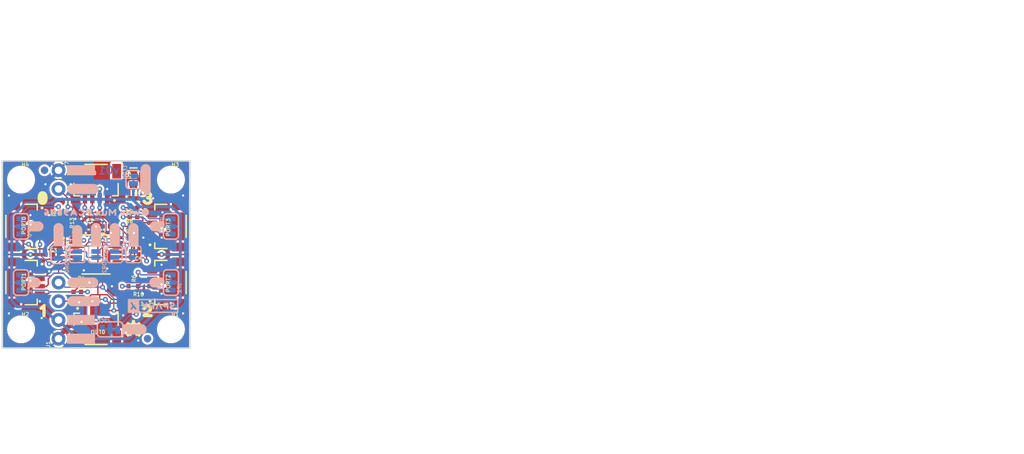
<source format=kicad_pcb>
(kicad_pcb (version 20221018) (generator pcbnew)
  (layers (0 "F.Cu" signal) (31 "B.Cu" signal) (34 "B.Paste" user) (35 "F.Paste" user) (36 "B.SilkS" user "B.Silkscreen") (37 "F.SilkS" user "F.Silkscreen") (38 "B.Mask" user) (39 "F.Mask" user) (44 "Edge.Cuts" user))
  (net 0 "")
  (net 1 "GND")
  (net 2 "SD0")
  (net 3 "SC0")
  (net 4 "SD1")
  (net 5 "SC1")
  (net 6 "SD2")
  (net 7 "SC2")
  (net 8 "SD3")
  (net 9 "SC3")
  (net 10 "3.3V")
  (net 11 "SDA")
  (net 12 "SCL")
  (net 13 "~{RESET}")
  (net 14 "A0")
  (net 15 "A1")
  (net 16 "N$1")
  (net 17 "N$2")
  (net 18 "N$3")
  (net 19 "N$4")
  (net 20 "N$5")
  (net 21 "N$6")
  (net 22 "N$7")
  (net 23 "N$8")
  (net 24 "N$9")
  (net 25 "N$10")
  (net 26 "N$11")
  (net 27 "N$12")
  (footprint "working:10" (layer "F.Cu") (at 141.3891 112.6236)
    (fp_text reference "U$4" hide)
    (fp_text value "" hide)
  )
  (footprint "working:0402-TIGHT" (layer "F.Cu") (at 153.4541 110.9726)
    (fp_text reference "R10")
    (fp_text value "2.2k")
  )
  (footprint "working:SOT403-1" (layer "F.Cu") (at 148.5011 105.0036 -90)
    (fp_text reference "U1")
    (fp_text value "PCA9846")
  )
  (footprint "working:CREATIVE_COMMONS" (layer "F.Cu") (at 195.4911 131.6736)
    (fp_text reference "FRAME1" hide)
    (fp_text value "FRAME-LETTER" hide)
  )
  (footprint "working:JST04_1MM_RA" (layer "F.Cu") (at 140.8811 108.8136 -90)
    (fp_text reference "PORT1")
    (fp_text value "QWIIC_RIGHT_ANGLE" hide)
  )
  (footprint "working:STAND-OFF" (layer "F.Cu") (at 158.6611 94.8436)
    (fp_text reference "H3")
    (fp_text value "STAND-OFF")
  )
  (footprint "working:JST04_1MM_RA" (layer "F.Cu") (at 140.8811 101.1936 -90)
    (fp_text reference "PORT0")
    (fp_text value "QWIIC_RIGHT_ANGLE" hide)
  )
  (footprint "working:043215" (layer "F.Cu") (at 141.3891 97.3836)
    (fp_text reference "U$3" hide)
    (fp_text value "" hide)
  )
  (footprint "working:LED-0603" (layer "F.Cu") (at 153.5811 94.8436 90)
    (fp_text reference "D1")
    (fp_text value "RED")
  )
  (footprint "working:0402-TIGHT" (layer "F.Cu") (at 154.8511 105.0036 180)
    (fp_text reference "C4")
    (fp_text value "2.2uF")
  )
  (footprint "working:0402-TIGHT" (layer "F.Cu") (at 153.5811 101.1936 180)
    (fp_text reference "R1")
    (fp_text value "100k")
  )
  (footprint "working:0402-TIGHT" (layer "F.Cu") (at 149.8981 101.1936 180)
    (fp_text reference "C2")
    (fp_text value "0.1uF")
  )
  (footprint "working:0402-TIGHT" (layer "F.Cu") (at 152.9461 108.8136 -90)
    (fp_text reference "R7")
    (fp_text value "2.2k")
  )
  (footprint "working:0402-TIGHT" (layer "F.Cu") (at 147.1041 101.1936)
    (fp_text reference "C1")
    (fp_text value "2.2uF")
  )
  (footprint "working:JST04_1MM_RA" (layer "F.Cu") (at 156.1211 101.1936 90)
    (fp_text reference "PORT3")
    (fp_text value "QWIIC_RIGHT_ANGLE" hide)
  )
  (footprint "working:0402-TIGHT" (layer "F.Cu") (at 144.6911 99.9236 -90)
    (fp_text reference "R13")
    (fp_text value "100k")
  )
  (footprint "working:0402-TIGHT" (layer "F.Cu") (at 142.1511 105.0036)
    (fp_text reference "C3")
    (fp_text value "2.2uF")
  )
  (footprint "working:1X02_NO_SILK" (layer "F.Cu") (at 143.4211 93.5736 -90)
    (fp_text reference "J7")
    (fp_text value "")
  )
  (footprint "working:0402-TIGHT" (layer "F.Cu") (at 153.5811 98.6536 180)
    (fp_text reference "R9")
    (fp_text value "2.2k")
  )
  (footprint "working:STAND-OFF" (layer "F.Cu") (at 138.3411 94.8436)
    (fp_text reference "H4")
    (fp_text value "STAND-OFF")
  )
  (footprint "working:0402-TIGHT" (layer "F.Cu") (at 145.9611 110.0836)
    (fp_text reference "R5")
    (fp_text value "2.2k")
  )
  (footprint "working:STAND-OFF" (layer "F.Cu") (at 138.3411 115.1636)
    (fp_text reference "H2")
    (fp_text value "STAND-OFF")
  )
  (footprint "working:STAND-OFF" (layer "F.Cu") (at 158.6611 115.1636)
    (fp_text reference "H1")
    (fp_text value "STAND-OFF")
  )
  (footprint "working:0402-TIGHT" (layer "F.Cu") (at 153.4541 112.2426)
    (fp_text reference "R11")
    (fp_text value "2.2k")
  )
  (footprint "working:ORDERING_INSTRUCTIONS" (layer "F.Cu") (at 172.6311 70.7136)
    (fp_text reference "LOGO1" hide)
    (fp_text value "SPECIAL_INSTRUCTIONS-ORDERING" hide)
  )
  (footprint "working:0402-TIGHT" (layer "F.Cu") (at 153.5811 99.9236 180)
    (fp_text reference "R8")
    (fp_text value "2.2k")
  )
  (footprint "working:1X04_NO_SILK" (layer "F.Cu") (at 143.4211 116.4336 90)
    (fp_text reference "J1")
    (fp_text value "")
  )
  (footprint "working:0402-TIGHT" (layer "F.Cu") (at 153.5811 97.3836)
    (fp_text reference "R12")
    (fp_text value "1k")
  )
  (footprint "working:FIDUCIAL-1X2" (layer "F.Cu") (at 155.4861 116.4336)
    (fp_text reference "FD2" hide)
    (fp_text value "FIDUCIAL1X2" hide)
  )
  (footprint "working:PWR43214" (layer "F.Cu") (at 155.1051 94.4626 90)
    (fp_text reference "U$2" hide)
    (fp_text value "" hide)
  )
  (footprint "working:0402-TIGHT" (layer "F.Cu") (at 145.9611 108.8136)
    (fp_text reference "R4")
    (fp_text value "2.2k")
  )
  (footprint "working:OSHW-LOGO-MINI" (layer "F.Cu") (at 153.5811 115.1636)
    (fp_text reference "LOGO4" hide)
    (fp_text value "OSHW-LOGOMINI" hide)
  )
  (footprint "working:JST04_1MM_RA" (layer "F.Cu") (at 148.5011 112.6236)
    (fp_text reference "OUT0")
    (fp_text value "QWIIC_RIGHT_ANGLE" hide)
  )
  (footprint "working:0402-TIGHT" (layer "F.Cu") (at 143.4211 99.9236 90)
    (fp_text reference "R2")
    (fp_text value "2.2k")
  )
  (footprint "working:0402-TIGHT" (layer "F.Cu") (at 143.4211 102.4636 -90)
    (fp_text reference "R3")
    (fp_text value "2.2k")
  )
  (footprint "working:0402-TIGHT" (layer "F.Cu") (at 154.2161 108.8136 90)
    (fp_text reference "R6")
    (fp_text value "2.2k")
  )
  (footprint "working:3212" (layer "F.Cu") (at 155.6131 97.3836)
    (fp_text reference "U$6" hide)
    (fp_text value "" hide)
  )
  (footprint "working:211" (layer "F.Cu") (at 155.6131 112.6236)
    (fp_text reference "U$5" hide)
    (fp_text value "" hide)
  )
  (footprint "working:JST04_1MM_RA" (layer "F.Cu") (at 156.1211 108.8136 90)
    (fp_text reference "PORT2")
    (fp_text value "QWIIC_RIGHT_ANGLE" hide)
  )
  (footprint "working:FIDUCIAL-1X2" (layer "F.Cu") (at 141.5161 93.5736)
    (fp_text reference "FD1" hide)
    (fp_text value "FIDUCIAL1X2" hide)
  )
  (footprint "working:JST04_1MM_RA" (layer "F.Cu") (at 148.5011 97.3836 180)
    (fp_text reference "IN0")
    (fp_text value "QWIIC_RIGHT_ANGLE" hide)
  )
  (footprint "working:#A4#4" (layer "B.Cu") (at 153.5811 102.4636 90)
    (fp_text reference "U$17" hide)
    (fp_text value "" hide)
  )
  (footprint "working:#A1#1" (layer "B.Cu") (at 145.9611 102.5906 90)
    (fp_text reference "U$14" hide)
    (fp_text value "" hide)
  )
  (footprint "working:#3#9" (layer "B.Cu") (at 156.8831 101.1936 180)
    (fp_text reference "U$11" hide)
    (fp_text value "" hide)
  )
  (footprint "working:#A3#3" (layer "B.Cu") (at 151.0411 102.4636 90)
    (fp_text reference "U$16" hide)
    (fp_text value "" hide)
  )
  (footprint "working:SMT-JUMPER_3_2-NC_TRACE_SILK" (layer "B.Cu") (at 158.6611 108.8136 90)
    (fp_text reference "JP2")
    (fp_text value "JUMPER-SMT_3_2-NC_TRACE_SILK" hide)
  )
  (footprint "working:SPARKX-SMALL" (layer "B.Cu") (at 156.2481 111.9886 180)
    (fp_text reference "U$1" hide)
    (fp_text value "SPARKX-LOGO3" hide)
  )
  (footprint "working:#1#9" (layer "B.Cu") (at 139.9921 108.8136 180)
    (fp_text reference "U$9" hide)
    (fp_text value "" hide)
  )
  (footprint "working:#2#9" (layer "B.Cu") (at 156.8831 108.8136 180)
    (fp_text reference "U$10" hide)
    (fp_text value "" hide)
  )
  (footprint "working:SMT-JUMPER_2_NO_SILK" (layer "B.Cu") (at 151.0411 105.0036 -90)
    (fp_text reference "ADDR3")
    (fp_text value "JUMPER-SMT_2_NO_SILK" hide)
  )
  (footprint "working:SMT-JUMPER_2_NO_SILK" (layer "B.Cu") (at 153.5811 105.0036 -90)
    (fp_text reference "ADDR4")
    (fp_text value "JUMPER-SMT_2_NO_SILK" hide)
  )
  (footprint "working:#3V3#7" (layer "B.Cu") (at 146.4691 113.8936 180)
    (fp_text reference "U$12" hide)
    (fp_text value "" hide)
  )
  (footprint "working:SMT-JUMPER_3_2-NC_TRACE_SILK" (layer "B.Cu") (at 150.4061 115.1636 180)
    (fp_text reference "I2C0")
    (fp_text value "JUMPER-SMT_3_2-NC_TRACE_SILK" hide)
  )
  (footprint "working:SMT-JUMPER_3_2-NC_TRACE_SILK" (layer "B.Cu") (at 138.3411 101.1936 90)
    (fp_text reference "JP0")
    (fp_text value "JUMPER-SMT_3_2-NC_TRACE_SILK" hide)
  )
  (footprint "working:SMT-JUMPER_2_NO_SILK" (layer "B.Cu") (at 148.5011 105.0036 90)
    (fp_text reference "ADDR2")
    (fp_text value "JUMPER-SMT_2_NO_SILK" hide)
  )
  (footprint "working:FIDUCIAL-1X2" (layer "B.Cu") (at 155.4861 116.4336 180)
    (fp_text reference "FD4" hide)
    (fp_text value "FIDUCIAL1X2" hide)
  )
  (footprint "working:SMT-JUMPER_3_2-NC_TRACE_SILK" (layer "B.Cu") (at 138.3411 108.8136 90)
    (fp_text reference "JP1")
    (fp_text value "JUMPER-SMT_3_2-NC_TRACE_SILK" hide)
  )
  (footprint "working:SMT-JUMPER_2_NC_TRACE_SILK" (layer "B.Cu") (at 143.4211 105.0036 90)
    (fp_text reference "ADDR0")
    (fp_text value "JUMPER-SMT_2_NC_TRACE_SILK" hide)
  )
  (footprint "working:#GND#7" (layer "B.Cu") (at 146.4691 116.4336 180)
    (fp_text reference "U$18" hide)
    (fp_text value "" hide)
  )
  (footprint "working:QWIIC_MUX_PCA98461" (layer "B.Cu") (at 148.5011 99.2886 180)
    (fp_text reference "U$24" hide)
    (fp_text value "" hide)
  )
  (footprint "working:#LED#0" (layer "B.Cu") (at 155.2321 94.8436 90)
    (fp_text reference "U$23" hide)
    (fp_text value "" hide)
  )
  (footprint "working:#SDA#6" (layer "B.Cu") (at 146.8501 111.3536 180)
    (fp_text reference "U$22" hide)
    (fp_text value "" hide)
  )
  (footprint "working:#SCL#5" (layer "B.Cu") (at 146.7231 108.8136 180)
    (fp_text reference "U$21" hide)
    (fp_text value "" hide)
  )
  (footprint "working:##RST##8" (layer "B.Cu") (at 146.7231 96.1136 180)
    (fp_text reference "U$7" hide)
    (fp_text value "" hide)
  )
  (footprint "working:SMT-JUMPER_3_2-NC_TRACE_SILK" (layer "B.Cu") (at 158.6611 101.1936 -90)
    (fp_text reference "JP3")
    (fp_text value "JUMPER-SMT_3_2-NC_TRACE_SILK" hide)
  )
  (footprint "working:#A0#0" (layer "B.Cu") (at 143.4211 102.4636 90)
    (fp_text reference "U$13" hide)
    (fp_text value "" hide)
  )
  (footprint "working:#0#9" (layer "B.Cu") (at 140.2461 101.1936 180)
    (fp_text reference "U$8" hide)
    (fp_text value "" hide)
  )
  (footprint "working:#I�C#0" (layer "B.Cu") (at 153.5811 115.1636 180)
    (fp_text reference "U$25" hide)
    (fp_text value "" hide)
  )
  (footprint "working:#A2#2" (layer "B.Cu") (at 148.5011 102.4636 90)
    (fp_text reference "U$15" hide)
    (fp_text value "" hide)
  )
  (footprint "working:SMT-JUMPER_2_NC_TRACE_SILK" (layer "B.Cu") (at 153.5811 94.8436 -90)
    (fp_text reference "LED0")
    (fp_text value "JUMPER-SMT_2_NC_TRACE_SILK" hide)
  )
  (footprint "working:SMT-JUMPER_2_NO_SILK" (layer "B.Cu") (at 145.9611 105.0036 -90)
    (fp_text reference "ADDR1")
    (fp_text value "JUMPER-SMT_2_NO_SILK" hide)
  )
  (footprint "working:FIDUCIAL-1X2" (layer "B.Cu") (at 141.5161 93.5736 180)
    (fp_text reference "FD3" hide)
    (fp_text value "FIDUCIAL1X2" hide)
  )
  (footprint "working:#GND#7" (layer "B.Cu") (at 146.4691 93.5736 180)
    (fp_text reference "U$19" hide)
    (fp_text value "" hide)
  )
  (gr_line (start 161.2011 117.7036) (end 161.2011 92.3036) (stroke (width 0.2032)) (layer "Edge.Cuts"))
  (gr_line (start 135.8011 92.3036) (end 135.8011 117.7036) (stroke (width 0.2032)) (layer "Edge.Cuts"))
  (gr_line (start 161.2011 92.3036) (end 135.8011 92.3036) (stroke (width 0.2032)) (layer "Edge.Cuts"))
  (gr_line (start 135.8011 117.7036) (end 161.2011 117.7036) (stroke (width 0.2032)) (layer "Edge.Cuts"))
  (gr_text "v01" (at 150.2156 93.5736) (layer "B.Cu") (effects (font (size 1.0795 1.0795) (thickness 0.1905)) (justify mirror)))
  (segment (start 143.4211 116.4336) (end 143.4211 116.0526) (width 0.4064) (layer "F.Cu") (net 1))
  (segment (start 141.4756 105.6791) (end 142.4916 105.6791) (width 0.1778) (layer "F.Cu") (net 1))
  (segment (start 146.7341 107.2786) (end 146.8501 107.1626) (width 0.4064) (layer "F.Cu") (net 1))
  (segment (start 141.6431 95.4786) (end 143.4211 93.7006) (width 0.4064) (layer "F.Cu") (net 1))
  (segment (start 142.1271 107.3136) (end 142.1511 107.2896) (width 0.4064) (layer "F.Cu") (net 1))
  (segment (start 150.0011 97.3836) (end 150.0011 98.6296) (width 0.4064) (layer "F.Cu") (net 1))
  (segment (start 139.6351 107.3136) (end 139.6111 107.2896) (width 0.4064) (layer "F.Cu") (net 1))
  (segment (start 157.3671 102.6936) (end 157.3911 102.7176) (width 0.4064) (layer "F.Cu") (net 1))
  (segment (start 140.8811 107.3136) (end 139.6351 107.3136) (width 0.4064) (layer "F.Cu") (net 1))
  (segment (start 145.5511 107.2786) (end 146.7341 107.2786) (width 0.4064) (layer "F.Cu") (net 1))
  (segment (start 143.4211 116.0526) (end 145.3261 114.1476) (width 0.4064) (layer "F.Cu") (net 1))
  (segment (start 142.4916 105.6791) (end 142.6511 105.5196) (width 0.1778) (layer "F.Cu") (net 1))
  (segment (start 147.0011 112.6236) (end 147.0011 113.9966) (width 0.4064) (layer "F.Cu") (net 1))
  (segment (start 145.3261 114.1476) (end 146.5326 114.1476) (width 0.4064) (layer "F.Cu") (net 1))
  (segment (start 142.6591 112.6236) (end 147.0011 112.6236) (width 0.1778) (layer "F.Cu") (net 1))
  (segment (start 140.8811 111.3536) (end 141.3891 111.3536) (width 0.1778) (layer "F.Cu") (net 1))
  (segment (start 154.8751 110.3136) (end 154.8511 110.3376) (width 0.4064) (layer "F.Cu") (net 1))
  (segment (start 145.0721 95.4786) (end 143.4211 93.8276) (width 0.4064) (layer "F.Cu") (net 1))
  (segment (start 150.0011 98.6296) (end 150.0251 98.6536) (width 0.4064) (layer "F.Cu") (net 1))
  (segment (start 146.8501 114.1476) (end 146.5326 114.1476) (width 0.4064) (layer "F.Cu") (net 1))
  (segment (start 150.0011 96.1376) (end 150.0251 96.1136) (width 0.4064) (layer "F.Cu") (net 1))
  (segment (start 147.0011 113.9966) (end 146.8501 114.1476) (width 0.4064) (layer "F.Cu") (net 1))
  (segment (start 140.8811 99.6936) (end 139.6351 99.6936) (width 0.4064) (layer "F.Cu") (net 1))
  (segment (start 156.1211 110.3136) (end 154.8751 110.3136) (width 0.4064) (layer "F.Cu") (net 1))
  (segment (start 150.6601 109.3216) (end 150.6601 109.9566) (width 0.1778) (layer "F.Cu") (net 1))
  (segment (start 144.5531 107.2786) (end 144.1831 106.9086) (width 0.4064) (layer "F.Cu") (net 1))
  (segment (start 156.1211 102.6936) (end 157.3671 102.6936) (width 0.4064) (layer "F.Cu") (net 1))
  (segment (start 140.8811 107.3136) (end 140.8811 106.2736) (width 0.1778) (layer "F.Cu") (net 1))
  (segment (start 139.6351 99.6936) (end 139.6111 99.6696) (width 0.4064) (layer "F.Cu") (net 1))
  (segment (start 140.8811 106.2736) (end 141.4756 105.6791) (width 0.1778) (layer "F.Cu") (net 1))
  (segment (start 154.9386 102.6936) (end 154.9146 102.7176) (width 0.4064) (layer "F.Cu") (net 1))
  (segment (start 156.1211 102.6936) (end 154.9386 102.6936) (width 0.4064) (layer "F.Cu") (net 1))
  (segment (start 147.6041 101.1936) (end 148.5011 101.1936) (width 0.4064) (layer "F.Cu") (net 1))
  (segment (start 149.3981 101.1936) (end 148.5011 101.1936) (width 0.4064) (layer "F.Cu") (net 1))
  (segment (start 145.5511 107.2786) (end 144.5531 107.2786) (width 0.4064) (layer "F.Cu") (net 1))
  (segment (start 140.8811 107.3136) (end 142.1271 107.3136) (width 0.4064) (layer "F.Cu") (net 1))
  (segment (start 151.0157 110.3122) (end 154.8737 110.3122) (width 0.1778) (layer "F.Cu") (net 1))
  (segment (start 157.3671 110.3136) (end 157.3911 110.3376) (width 0.4064) (layer "F.Cu") (net 1))
  (segment (start 147.0011 112.2666) (end 146.2151 111.4806) (width 0.4064) (layer "F.Cu") (net 1))
  (segment (start 154.8737 110.3122) (end 154.8751 110.3136) (width 0.1778) (layer "F.Cu") (net 1))
  (segment (start 147.0011 112.6236) (end 147.0011 112.2666) (width 0.4064) (layer "F.Cu") (net 1))
  (segment (start 150.6601 109.9566) (end 151.0157 110.3122) (width 0.1778) (layer "F.Cu") (net 1))
  (segment (start 143.4211 93.8276) (end 143.4211 93.5736) (width 0.4064) (layer "F.Cu") (net 1))
  (segment (start 156.1211 110.3136) (end 157.3671 110.3136) (width 0.4064) (layer "F.Cu") (net 1))
  (segment (start 141.3891 111.3536) (end 142.6591 112.6236) (width 0.1778) (layer "F.Cu") (net 1))
  (segment (start 150.0011 97.3836) (end 150.0011 96.1376) (width 0.4064) (layer "F.Cu") (net 1))
  (segment (start 142.6511 105.5196) (end 142.6511 105.0036) (width 0.1778) (layer "F.Cu") (net 1))
  (segment (start 143.4211 93.7006) (end 143.4211 93.5736) (width 0.4064) (layer "F.Cu") (net 1))
  (segment (start 140.8811 99.6936) (end 142.1271 99.6936) (width 0.4064) (layer "F.Cu") (net 1))
  (segment (start 142.1271 99.6936) (end 142.1511 99.6696) (width 0.4064) (layer "F.Cu") (net 1))
  (via (at 153.6446 102.0826) (size 0.6556) (drill 0.3) (layers "F.Cu" "B.Cu") (net 1))
  (via (at 157.3911 110.3376) (size 0.6556) (drill 0.3) (layers "F.Cu" "B.Cu") (net 1))
  (via (at 141.1351 113.6396) (size 0.6556) (drill 0.3) (layers "F.Cu" "B.Cu") (net 1))
  (via (at 150.0251 98.6536) (size 0.6556) (drill 0.3) (layers "F.Cu" "B.Cu") (net 1))
  (via (at 146.2151 111.4806) (size 0.6556) (drill 0.3) (layers "F.Cu" "B.Cu") (net 1))
  (via (at 154.8511 110.3376) (size 0.6556) (drill 0.3) (layers "F.Cu" "B.Cu") (net 1))
  (via (at 154.2161 116.6876) (size 0.6556) (drill 0.3) (layers "F.Cu" "B.Cu") (net 1))
  (via (at 152.5651 115.6081) (size 0.6556) (drill 0.3) (layers "F.Cu" "B.Cu") (net 1))
  (via (at 156.2481 97.3836) (size 0.6556) (drill 0.3) (layers "F.Cu" "B.Cu") (net 1))
  (via (at 142.1511 99.6696) (size 0.6556) (drill 0.3) (layers "F.Cu" "B.Cu") (net 1))
  (via (at 139.6111 99.6696) (size 0.6556) (drill 0.3) (layers "F.Cu" "B.Cu") (net 1))
  (via (at 160.3121 97.0026) (size 0.6556) (drill 0.3) (layers "F.Cu" "B.Cu") (net 1))
  (via (at 141.6431 95.4786) (size 0.6556) (drill 0.3) (layers "F.Cu" "B.Cu") (net 1))
  (via (at 136.6901 97.0026) (size 0.6556) (drill 0.3) (layers "F.Cu" "B.Cu") (net 1))
  (via (at 150.5331 102.0826) (size 0.6556) (drill 0.3) (layers "F.Cu" "B.Cu") (net 1))
  (via (at 150.0251 96.1136) (size 0.6556) (drill 0.3) (layers "F.Cu" "B.Cu") (net 1))
  (via (at 150.6601 109.3216) (size 0.6556) (drill 0.3) (layers "F.Cu" "B.Cu") (net 1))
  (via (at 148.5011 101.1936) (size 0.6556) (drill 0.3) (layers "F.Cu" "B.Cu") (net 1))
  (via (at 157.5181 99.2886) (size 0.6556) (drill 0.3) (layers "F.Cu" "B.Cu") (net 1))
  (via (at 146.5326 114.1476) (size 0.6556) (drill 0.3) (layers "F.Cu" "B.Cu") (net 1))
  (via (at 147.1041 102.0826) (size 0.6556) (drill 0.3) (layers "F.Cu" "B.Cu") (net 1))
  (via (at 157.3911 106.4006) (size 0.6556) (drill 0.3) (layers "F.Cu" "B.Cu") (net 1))
  (via (at 145.0721 95.4786) (size 0.6556) (drill 0.3) (layers "F.Cu" "B.Cu") (net 1))
  (via (at 145.7071 100.1776) (size 0.6556) (drill 0.3) (layers "F.Cu" "B.Cu") (net 1))
  (via (at 142.1511 107.2896) (size 0.6556) (drill 0.3) (layers "F.Cu" "B.Cu") (net 1))
  (via (at 146.8501 107.1626) (size 0.6556) (drill 0.3) (layers "F.Cu" "B.Cu") (net 1))
  (via (at 152.1841 113.2586) (size 0.6556) (drill 0.3) (layers "F.Cu" "B.Cu") (net 1))
  (via (at 140.8811 111.3536) (size 0.6556) (drill 0.3) (layers "F.Cu" "B.Cu") (net 1))
  (via (at 136.6901 113.0046) (size 0.6556) (drill 0.3) (layers "F.Cu" "B.Cu") (net 1))
  (via (at 139.6111 107.2896) (size 0.6556) (drill 0.3) (layers "F.Cu" "B.Cu") (net 1))
  (via (at 154.9146 102.7176) (size 0.6556) (drill 0.3) (layers "F.Cu" "B.Cu") (net 1))
  (via (at 150.0251 106.9086) (size 0.6556) (drill 0.3) (layers "F.Cu" "B.Cu") (net 1))
  (via (at 157.3911 102.7176) (size 0.6556) (drill 0.3) (layers "F.Cu" "B.Cu") (net 1))
  (via (at 160.3121 113.0046) (size 0.6556) (drill 0.3) (layers "F.Cu" "B.Cu") (net 1))
  (via (at 144.1831 106.9086) (size 0.6556) (drill 0.3) (layers "F.Cu" "B.Cu") (net 1))
  (segment (start 150.7871 98.6536) (end 151.4221 98.0186) (width 0.1778) (layer "B.Cu") (net 1))
  (segment (start 141.6431 95.4786) (end 143.4211 93.7006) (width 0.4064) (layer "B.Cu") (net 1))
  (segment (start 141.6431 95.4786) (end 139.8143 97.3074) (width 0.4064) (layer "B.Cu") (net 1))
  (segment (start 151.4221 98.0186) (end 152.8191 98.0186) (width 0.1778) (layer "B.Cu") (net 1))
  (segment (start 136.4234 99.554613) (end 136.4234 111.595588) (width 0.4064) (layer "B.Cu") (net 1))
  (segment (start 140.1953 112.6998) (end 141.1351 113.6396) (width 0.4064) (layer "B.Cu") (net 1))
  (segment (start 152.6921 93.0656) (end 154.8511 93.0656) (width 0.4064) (layer "B.Cu") (net 1))
  (segment (start 145.0721 112.6236) (end 146.2151 111.4806) (width 0.1778) (layer "B.Cu") (net 1))
  (segment (start 142.6591 112.6236) (end 145.0721 112.6236) (width 0.1778) (layer "B.Cu") (net 1))
  (segment (start 151.6761 96.1136) (end 152.3111 95.4786) (width 0.4064) (layer "B.Cu") (net 1))
  (segment (start 143.4211 93.5736) (end 143.4211 93.8276) (width 0.4064) (layer "B.Cu") (net 1))
  (segment (start 155.6131 96.7486) (end 156.2481 97.3836) (width 0.4064) (layer "B.Cu") (net 1))
  (segment (start 146.8501 107.1626) (end 145.9611 106.2736) (width 0.4064) (layer "B.Cu") (net 1))
  (segment (start 155.6131 93.8276) (end 155.6131 96.7486) (width 0.4064) (layer "B.Cu") (net 1))
  (segment (start 143.4211 93.7006) (end 143.4211 93.5736) (width 0.4064) (layer "B.Cu") (net 1))
  (segment (start 141.3891 111.3536) (end 142.6591 112.6236) (width 0.1778) (layer "B.Cu") (net 1))
  (segment (start 153.9621 99.1616) (end 157.3911 99.1616) (width 0.1778) (layer "B.Cu") (net 1))
  (segment (start 137.527612 112.6998) (end 140.1953 112.6998) (width 0.4064) (layer "B.Cu") (net 1))
  (segment (start 152.3111 95.4786) (end 152.3111 93.4466) (width 0.4064) (layer "B.Cu") (net 1))
  (segment (start 152.3111 93.4466) (end 152.6921 93.0656) (width 0.4064) (layer "B.Cu") (net 1))
  (segment (start 143.4211 93.8276) (end 145.0721 95.4786) (width 0.4064) (layer "B.Cu") (net 1))
  (segment (start 138.670612 97.3074) (end 136.4234 99.554613) (width 0.4064) (layer "B.Cu") (net 1))
  (segment (start 152.8191 98.0186) (end 153.9621 99.1616) (width 0.1778) (layer "B.Cu") (net 1))
  (segment (start 157.3911 99.1616) (end 157.5181 99.2886) (width 0.1778) (layer "B.Cu") (net 1))
  (segment (start 150.0251 98.6536) (end 150.7871 98.6536) (width 0.1778) (layer "B.Cu") (net 1))
  (segment (start 154.8511 93.0656) (end 155.6131 93.8276) (width 0.4064) (layer "B.Cu") (net 1))
  (segment (start 140.8811 111.3536) (end 141.3891 111.3536) (width 0.1778) (layer "B.Cu") (net 1))
  (segment (start 145.9611 106.2736) (end 145.9611 105.41) (width 0.4064) (layer "B.Cu") (net 1))
  (segment (start 139.8143 97.3074) (end 138.670612 97.3074) (width 0.4064) (layer "B.Cu") (net 1))
  (segment (start 150.0251 96.1136) (end 151.6761 96.1136) (width 0.4064) (layer "B.Cu") (net 1))
  (segment (start 136.4234 111.595588) (end 137.527612 112.6998) (width 0.4064) (layer "B.Cu") (net 1))
  (segment (start 144.3101 104.3686) (end 144.3101 101.3126) (width 0.1778) (layer "F.Cu") (net 2))
  (segment (start 142.1511 101.6936) (end 143.4211 100.4236) (width 0.1778) (layer "F.Cu") (net 2))
  (segment (start 144.6201 104.6786) (end 144.3101 104.3686) (width 0.1778) (layer "F.Cu") (net 2))
  (segment (start 145.5511 104.6786) (end 144.6201 104.6786) (width 0.1778) (layer "F.Cu") (net 2))
  (segment (start 144.3101 101.3126) (end 143.4211 100.4236) (width 0.1778) (layer "F.Cu") (net 2))
  (segment (start 140.8811 101.6936) (end 142.1511 101.6936) (width 0.1778) (layer "F.Cu") (net 2))
  (segment (start 142.6511 101.9636) (end 143.4211 101.9636) (width 0.1778) (layer "F.Cu") (net 3))
  (segment (start 140.8811 102.6936) (end 141.9211 102.6936) (width 0.1778) (layer "F.Cu") (net 3))
  (segment (start 143.9851 105.3286) (end 145.5511 105.3286) (width 0.1778) (layer "F.Cu") (net 3))
  (segment (start 140.8811 102.6936) (end 140.8811 103.6471) (width 0.1778) (layer "F.Cu") (net 3))
  (segment (start 142.1511 106.2736) (end 143.0401 106.2736) (width 0.1778) (layer "F.Cu") (net 3))
  (segment (start 143.0401 106.2736) (end 143.9851 105.3286) (width 0.1778) (layer "F.Cu") (net 3))
  (segment (start 141.9211 102.6936) (end 142.6511 101.9636) (width 0.1778) (layer "F.Cu") (net 3))
  (via (at 140.8811 103.6471) (size 0.6556) (drill 0.3) (layers "F.Cu" "B.Cu") (net 3))
  (via (at 142.1511 106.2736) (size 0.6556) (drill 0.3) (layers "F.Cu" "B.Cu") (net 3))
  (segment (start 140.8811 103.6471) (end 140.8811 105.0036) (width 0.1778) (layer "B.Cu") (net 3))
  (segment (start 140.8811 105.0036) (end 142.1511 106.2736) (width 0.1778) (layer "B.Cu") (net 3))
  (segment (start 145.3341 108.8136) (end 144.0641 107.5436) (width 0.1778) (layer "F.Cu") (net 4))
  (segment (start 143.4211 106.4006) (end 143.4211 107.5436) (width 0.1778) (layer "F.Cu") (net 4))
  (segment (start 143.8431 105.9786) (end 143.4211 106.4006) (width 0.1778) (layer "F.Cu") (net 4))
  (segment (start 145.3341 108.8136) (end 145.4611 108.8136) (width 0.1778) (layer "F.Cu") (net 4))
  (segment (start 141.7781 109.3136) (end 142.0241 109.0676) (width 0.1778) (layer "F.Cu") (net 4))
  (segment (start 140.8811 109.3136) (end 141.7781 109.3136) (width 0.1778) (layer "F.Cu") (net 4))
  (segment (start 145.5511 105.9786) (end 143.8431 105.9786) (width 0.1778) (layer "F.Cu") (net 4))
  (segment (start 142.7861 107.5436) (end 143.4211 107.5436) (width 0.1778) (layer "F.Cu") (net 4))
  (segment (start 142.0241 109.0676) (end 142.0241 108.3056) (width 0.1778) (layer "F.Cu") (net 4))
  (segment (start 142.0241 108.3056) (end 142.7861 107.5436) (width 0.1778) (layer "F.Cu") (net 4))
  (segment (start 143.4211 107.5436) (end 144.0641 107.5436) (width 0.1778) (layer "F.Cu") (net 4))
  (segment (start 147.4851 106.5276) (end 148.2471 107.2896) (width 0.1778) (layer "F.Cu") (net 5))
  (segment (start 146.0961 109.4486) (end 145.4611 110.0836) (width 0.1778) (layer "F.Cu") (net 5))
  (segment (start 147.8661 109.4486) (end 146.0961 109.4486) (width 0.1778) (layer "F.Cu") (net 5))
  (segment (start 142.2781 110.0836) (end 145.4611 110.0836) (width 0.1778) (layer "F.Cu") (net 5))
  (segment (start 148.2471 109.0676) (end 147.8661 109.4486) (width 0.1778) (layer "F.Cu") (net 5))
  (segment (start 148.2471 107.2896) (end 148.2471 109.0676) (width 0.1778) (layer "F.Cu") (net 5))
  (segment (start 146.4951 106.6286) (end 146.5961 106.5276) (width 0.1778) (layer "F.Cu") (net 5))
  (segment (start 146.5961 106.5276) (end 147.4851 106.5276) (width 0.1778) (layer "F.Cu") (net 5))
  (segment (start 145.5511 106.6286) (end 146.4951 106.6286) (width 0.1778) (layer "F.Cu") (net 5))
  (segment (start 142.0481 110.3136) (end 142.2781 110.0836) (width 0.1778) (layer "F.Cu") (net 5))
  (segment (start 140.8811 110.3136) (end 142.0481 110.3136) (width 0.1778) (layer "F.Cu") (net 5))
  (segment (start 151.6761 109.9566) (end 154.0891 109.9566) (width 0.1778) (layer "F.Cu") (net 6))
  (segment (start 154.0891 109.9566) (end 154.2161 109.8296) (width 0.1778) (layer "F.Cu") (net 6))
  (segment (start 154.2161 109.3136) (end 155.2161 108.3136) (width 0.1778) (layer "F.Cu") (net 6))
  (segment (start 151.4511 107.2786) (end 151.4511 109.7316) (width 0.1778) (layer "F.Cu") (net 6))
  (segment (start 151.4511 109.7316) (end 151.6761 109.9566) (width 0.1778) (layer "F.Cu") (net 6))
  (segment (start 154.2161 109.8296) (end 154.2161 109.3136) (width 0.1778) (layer "F.Cu") (net 6))
  (segment (start 155.2161 108.3136) (end 156.1211 108.3136) (width 0.1778) (layer "F.Cu") (net 6))
  (segment (start 155.1291 107.3136) (end 156.1211 107.3136) (width 0.1778) (layer "F.Cu") (net 7))
  (segment (start 154.4441 106.6286) (end 155.1291 107.3136) (width 0.1778) (layer "F.Cu") (net 7))
  (segment (start 152.9461 106.6286) (end 154.4441 106.6286) (width 0.1778) (layer "F.Cu") (net 7))
  (segment (start 152.9461 108.3136) (end 152.9461 106.6286) (width 0.1778) (layer "F.Cu") (net 7))
  (segment (start 151.4511 106.6286) (end 152.9461 106.6286) (width 0.1778) (layer "F.Cu") (net 7))
  (segment (start 154.8591 100.6936) (end 154.8511 100.6856) (width 0.1778) (layer "F.Cu") (net 8))
  (segment (start 154.0811 99.9236) (end 154.5811 99.9236) (width 0.1778) (layer "F.Cu") (net 8))
  (segment (start 151.4511 105.9786) (end 153.1141 105.9786) (width 0.1778) (layer "F.Cu") (net 8))
  (segment (start 153.1141 105.9786) (end 153.7081 105.3846) (width 0.1778) (layer "F.Cu") (net 8))
  (segment (start 156.1211 100.6936) (end 154.8591 100.6936) (width 0.1778) (layer "F.Cu") (net 8))
  (segment (start 153.7081 105.3846) (end 153.7081 103.08335) (width 0.1778) (layer "F.Cu") (net 8))
  (segment (start 154.5811 99.9236) (end 154.8511 100.1936) (width 0.1778) (layer "F.Cu") (net 8))
  (segment (start 154.8511 101.94035) (end 153.7081 103.08335) (width 0.1778) (layer "F.Cu") (net 8))
  (segment (start 154.8511 100.6856) (end 154.8511 101.94035) (width 0.1778) (layer "F.Cu") (net 8))
  (segment (start 154.8511 100.1936) (end 154.8511 100.6856) (width 0.1778) (layer "F.Cu") (net 8))
  (segment (start 151.8031 99.2886) (end 153.4461 99.2886) (width 0.1778) (layer "F.Cu") (net 9))
  (segment (start 153.3271 102.9716) (end 151.4221 101.0666) (width 0.1778) (layer "F.Cu") (net 9))
  (segment (start 151.4511 105.3286) (end 152.8751 105.3286) (width 0.1778) (layer "F.Cu") (net 9))
  (segment (start 151.4221 99.6696) (end 151.8031 99.2886) (width 0.1778) (layer "F.Cu") (net 9))
  (segment (start 156.1211 99.6936) (end 155.7401 99.6936) (width 0.1778) (layer "F.Cu") (net 9))
  (segment (start 153.4461 99.2886) (end 154.0811 98.6536) (width 0.1778) (layer "F.Cu") (net 9))
  (segment (start 152.8751 105.3286) (end 153.3271 104.8766) (width 0.1778) (layer "F.Cu") (net 9))
  (segment (start 151.4221 101.0666) (end 151.4221 99.6696) (width 0.1778) (layer "F.Cu") (net 9))
  (segment (start 154.7001 98.6536) (end 154.0811 98.6536) (width 0.1778) (layer "F.Cu") (net 9))
  (segment (start 155.7401 99.6936) (end 154.7001 98.6536) (width 0.1778) (layer "F.Cu") (net 9))
  (segment (start 153.3271 104.8766) (end 153.3271 102.9716) (width 0.1778) (layer "F.Cu") (net 9))
  (segment (start 156.1211 101.6936) (end 157.1451 101.6936) (width 0.4064) (layer "F.Cu") (net 10))
  (segment (start 148.0011 111.3616) (end 147.9931 111.3536) (width 0.4064) (layer "F.Cu") (net 10))
  (segment (start 139.8571 100.6936) (end 139.6111 100.9396) (width 0.4064) (layer "F.Cu") (net 10))
  (segment (start 156.1211 109.3136) (end 157.1451 109.3136) (width 0.4064) (layer "F.Cu") (net 10))
  (segment (start 148.0011 112.6236) (end 148.0011 111.3616) (width 0.4064) (layer "F.Cu") (net 10))
  (segment (start 155.3591 105.8926) (end 155.3511 105.8846) (width 0.1778) (layer "F.Cu") (net 10))
  (segment (start 151.4141 101.9556) (end 150.6521 101.1936) (width 0.4064) (layer "F.Cu") (net 10))
  (segment (start 147.2311 99.9236) (end 149.0091 99.9236) (width 0.4064) (layer "F.Cu") (net 10))
  (segment (start 157.1451 101.6936) (end 157.3911 101.4476) (width 0.4064) (layer "F.Cu") (net 10))
  (segment (start 145.9611 101.1936) (end 145.7071 101.4476) (width 0.4064) (layer "F.Cu") (net 10))
  (segment (start 150.3981 101.1936) (end 150.6521 101.1936) (width 0.4064) (layer "F.Cu") (net 10))
  (segment (start 149.0091 98.6536) (end 149.0091 99.9236) (width 0.4064) (layer "F.Cu") (net 10))
  (segment (start 155.3511 105.0036) (end 157.3911 105.0036) (width 0.4064) (layer "F.Cu") (net 10))
  (segment (start 140.8811 108.3136) (end 139.8571 108.3136) (width 0.4064) (layer "F.Cu") (net 10))
  (segment (start 151.4141 101.9556) (end 151.4141 102.7286) (width 0.4064) (layer "F.Cu") (net 10))
  (segment (start 149.0091 99.9236) (end 149.7711 99.9236) (width 0.4064) (layer "F.Cu") (net 10))
  (segment (start 157.1451 109.3136) (end 157.3911 109.0676) (width 0.4064) (layer "F.Cu") (net 10))
  (segment (start 145.7071 101.4476) (end 145.5511 101.6036) (width 0.4064) (layer "F.Cu") (net 10))
  (segment (start 140.8811 100.6936) (end 139.8571 100.6936) (width 0.4064) (layer "F.Cu") (net 10))
  (segment (start 146.6041 100.5506) (end 147.2311 99.9236) (width 0.4064) (layer "F.Cu") (net 10))
  (segment (start 148.3821 113.8936) (end 148.0011 113.5126) (width 0.4064) (layer "F.Cu") (net 10))
  (segment (start 148.0011 112.6236) (end 148.0011 113.5126) (width 0.4064) (layer "F.Cu") (net 10))
  (segment (start 149.0091 98.6536) (end 149.0011 98.6456) (width 0.4064) (layer "F.Cu") (net 10))
  (segment (start 149.7711 99.9236) (end 150.3981 100.5506) (width 0.4064) (layer "F.Cu") (net 10))
  (segment (start 139.8571 108.3136) (end 139.6111 108.5596) (width 0.4064) (layer "F.Cu") (net 10))
  (segment (start 145.7071 101.4396) (end 145.7071 101.4476) (width 0.1778) (layer "F.Cu") (net 10))
  (segment (start 149.0011 98.6456) (end 149.0011 97.3836) (width 0.4064) (layer "F.Cu") (net 10))
  (segment (start 149.0011 96.1216) (end 149.0091 96.1136) (width 0.4064) (layer "F.Cu") (net 10))
  (segment (start 139.6111 105.0036) (end 141.6511 105.0036) (width 0.4064) (layer "F.Cu") (net 10))
  (segment (start 146.6041 101.1936) (end 145.9611 101.1936) (width 0.4064) (layer "F.Cu") (net 10))
  (segment (start 151.4511 102.7286) (end 151.4141 102.7286) (width 0.4064) (layer "F.Cu") (net 10))
  (segment (start 150.3981 100.5506) (end 150.3981 101.1936) (width 0.4064) (layer "F.Cu") (net 10))
  (segment (start 149.0011 97.3836) (end 149.0011 96.1216) (width 0.4064) (layer "F.Cu") (net 10))
  (segment (start 146.6041 101.1936) (end 146.6041 100.5506) (width 0.4064) (layer "F.Cu") (net 10))
  (segment (start 148.5011 113.8936) (end 148.3821 113.8936) (width 0.4064) (layer "F.Cu") (net 10))
  (segment (start 144.6911 100.4236) (end 145.7071 101.4396) (width 0.1778) (layer "F.Cu") (net 10))
  (segment (start 155.3511 105.8846) (end 155.3511 105.0036) (width 0.1778) (layer "F.Cu") (net 10))
  (segment (start 145.5511 101.6036) (end 145.5511 102.7286) (width 0.4064) (layer "F.Cu") (net 10))
  (via (at 157.3911 105.0036) (size 0.6556) (drill 0.3) (layers "F.Cu" "B.Cu") (net 10))
  (via (at 147.9931 111.3536) (size 0.6556) (drill 0.3) (layers "F.Cu" "B.Cu") (net 10))
  (via (at 149.0091 98.6536) (size 0.6556) (drill 0.3) (layers "F.Cu" "B.Cu") (net 10))
  (via (at 149.0091 96.1136) (size 0.6556) (drill 0.3) (layers "F.Cu" "B.Cu") (net 10))
  (via (at 157.3911 109.0676) (size 0.6556) (drill 0.3) (layers "F.Cu" "B.Cu") (net 10))
  (via (at 155.3591 105.8926) (size 0.6556) (drill 0.3) (layers "F.Cu" "B.Cu") (net 10))
  (via (at 148.5011 113.8936) (size 0.6556) (drill 0.3) (layers "F.Cu" "B.Cu") (net 10))
  (via (at 139.6111 100.9396) (size 0.6556) (drill 0.3) (layers "F.Cu" "B.Cu") (net 10))
  (via (at 157.3911 101.4476) (size 0.6556) (drill 0.3) (layers "F.Cu" "B.Cu") (net 10))
  (via (at 139.6111 105.0036) (size 0.6556) (drill 0.3) (layers "F.Cu" "B.Cu") (net 10))
  (via (at 139.6111 108.5596) (size 0.6556) (drill 0.3) (layers "F.Cu" "B.Cu") (net 10))
  (segment (start 158.6611 108.8136) (end 159.9311 108.8136) (width 0.4064) (layer "B.Cu") (net 10))
  (segment (start 152.9461 116.4336) (end 157.3911 111.9886) (width 0.4064) (layer "B.Cu") (net 10))
  (segment (start 154.8765 105.41) (end 155.3591 105.8926) (width 0.1778) (layer "B.Cu") (net 10))
  (segment (start 137.0711 105.0036) (end 137.0711 108.8136) (width 0.4064) (layer "B.Cu") (net 10))
  (segment (start 154.4701 98.5266) (end 153.5811 97.6376) (width 0.4064) (layer "B.Cu") (net 10))
  (segment (start 138.3411 108.8136) (end 139.3571 108.8136) (width 0.4064) (layer "B.Cu") (net 10))
  (segment (start 137.0711 101.1936) (end 137.0711 105.0036) (width 0.4064) (layer "B.Cu") (net 10))
  (segment (start 157.6451 108.8136) (end 158.6611 108.8136) (width 0.4064) (layer "B.Cu") (net 10))
  (segment (start 149.0091 97.5106) (end 153.4541 97.5106) (width 0.4064) (layer "B.Cu") (net 10))
  (segment (start 150.4061 114.1476) (end 150.1521 113.8936) (width 0.4064) (layer "B.Cu") (net 10))
  (segment (start 159.9311 111.3536) (end 159.9311 108.8136) (width 0.4064) (layer "B.Cu") (net 10))
  (segment (start 137.0711 99.9236) (end 137.0711 101.1936) (width 0.4064) (layer "B.Cu") (net 10))
  (segment (start 159.9311 101.1936) (end 159.9311 99.6696) (width 0.4064) (layer "B.Cu") (net 10))
  (segment (start 138.3411 101.1936) (end 139.3571 101.1936) (width 0.4064) (layer "B.Cu") (net 10))
  (segment (start 145.9611 116.4336) (end 143.4211 113.8936) (width 0.4064) (layer "B.Cu") (net 10))
  (segment (start 139.3571 101.1936) (end 139.6111 100.9396) (width 0.4064) (layer "B.Cu") (net 10))
  (segment (start 157.3911 105.0036) (end 159.9311 105.0036) (width 0.4064) (layer "B.Cu") (net 10))
  (segment (start 142.9131 113.8936) (end 141.1351 112.1156) (width 0.4064) (layer "B.Cu") (net 10))
  (segment (start 157.6451 101.1936) (end 158.6611 101.1936) (width 0.4064) (layer "B.Cu") (net 10))
  (segment (start 153.5811 97.6376) (end 153.4541 97.5106) (width 0.4064) (layer "B.Cu") (net 10))
  (segment (start 158.6611 101.1936) (end 159.9311 101.1936) (width 0.4064) (layer "B.Cu") (net 10))
  (segment (start 150.4061 115.1636) (end 150.4061 116.4336) (width 0.4064) (layer "B.Cu") (net 10))
  (segment (start 157.3911 111.9886) (end 159.2961 111.9886) (width 0.4064) (layer "B.Cu") (net 10))
  (segment (start 153.5811 105.41) (end 154.8765 105.41) (width 0.1778) (layer "B.Cu") (net 10))
  (segment (start 138.3411 108.8136) (end 137.0711 108.8136) (width 0.4064) (layer "B.Cu") (net 10))
  (segment (start 158.7881 98.5266) (end 159.9311 99.6696) (width 0.4064) (layer "B.Cu") (net 10))
  (segment (start 137.8331 112.1156) (end 137.0711 111.3536) (width 0.4064) (layer "B.Cu") (net 10))
  (segment (start 159.9311 105.0036) (end 159.9311 101.1936) (width 0.4064) (layer "B.Cu") (net 10))
  (segment (start 151.0411 105.41) (end 153.5811 105.41) (width 0.1778) (layer "B.Cu") (net 10))
  (segment (start 150.4061 116.4336) (end 145.9611 116.4336) (width 0.4064) (layer "B.Cu") (net 10))
  (segment (start 159.2961 111.9886) (end 159.9311 111.3536) (width 0.4064) (layer "B.Cu") (net 10))
  (segment (start 142.5321 98.0186) (end 143.0401 97.5106) (width 0.4064) (layer "B.Cu") (net 10))
  (segment (start 138.9761 98.0186) (end 142.5321 98.0186) (width 0.4064) (layer "B.Cu") (net 10))
  (segment (start 138.3411 101.1936) (end 137.0711 101.1936) (width 0.4064) (layer "B.Cu") (net 10))
  (segment (start 149.0091 97.5106) (end 149.0091 98.6536) (width 0.4064) (layer "B.Cu") (net 10))
  (segment (start 147.9931 111.3536) (end 148.5011 111.8616) (width 0.4064) (layer "B.Cu") (net 10))
  (segment (start 141.1351 112.1156) (end 137.8331 112.1156) (width 0.4064) (layer "B.Cu") (net 10))
  (segment (start 150.4061 116.4336) (end 152.9461 116.4336) (width 0.4064) (layer "B.Cu") (net 10))
  (segment (start 149.0091 96.1136) (end 149.0091 97.5106) (width 0.4064) (layer "B.Cu") (net 10))
  (segment (start 139.3571 108.8136) (end 139.6111 108.5596) (width 0.4064) (layer "B.Cu") (net 10))
  (segment (start 143.0401 97.5106) (end 149.0091 97.5106) (width 0.4064) (layer "B.Cu") (net 10))
  (segment (start 143.4211 113.8936) (end 142.9131 113.8936) (width 0.4064) (layer "B.Cu") (net 10))
  (segment (start 137.0711 105.0036) (end 139.6111 105.0036) (width 0.4064) (layer "B.Cu") (net 10))
  (segment (start 148.5011 111.8616) (end 148.5011 113.8936) (width 0.4064) (layer "B.Cu") (net 10))
  (segment (start 158.7881 98.5266) (end 154.4701 98.5266) (width 0.4064) (layer "B.Cu") (net 10))
  (segment (start 137.0711 99.9236) (end 138.9761 98.0186) (width 0.4064) (layer "B.Cu") (net 10))
  (segment (start 137.0711 108.8136) (end 137.0711 111.3536) (width 0.4064) (layer "B.Cu") (net 10))
  (segment (start 157.3911 101.4476) (end 157.6451 101.1936) (width 0.4064) (layer "B.Cu") (net 10))
  (segment (start 157.3911 109.0676) (end 157.6451 108.8136) (width 0.4064) (layer "B.Cu") (net 10))
  (segment (start 159.9311 108.8136) (end 159.9311 105.0036) (width 0.4064) (layer "B.Cu") (net 10))
  (segment (start 150.1521 113.8936) (end 148.5011 113.8936) (width 0.4064) (layer "B.Cu") (net 10))
  (segment (start 150.4061 115.1636) (end 150.4061 114.1476) (width 0.4064) (layer "B.Cu") (net 10))
  (segment (start 153.5811 95.3643) (end 153.5811 97.6376) (width 0.4064) (layer "B.Cu") (net 10))
  (segment (start 151.4511 103.3786) (end 150.5255 103.3786) (width 0.1778) (layer "F.Cu") (net 11))
  (segment (start 147.9931 98.6536) (end 147.9931 97.3916) (width 0.1778) (layer "F.Cu") (net 11))
  (segment (start 150.5255 103.3786) (end 150.2455 103.0986) (width 0.1778) (layer "F.Cu") (net 11))
  (segment (start 147.8661 110.4646) (end 147.4851 110.8456) (width 0.1778) (layer "F.Cu") (net 11))
  (segment (start 148.7551 110.4646) (end 147.8661 110.4646) (width 0.1778) (layer "F.Cu") (net 11))
  (segment (start 152.9541 110.9726) (end 152.8271 111.0996) (width 0.1778) (layer "F.Cu") (net 11))
  (segment (start 148.7551 102.89285) (end 148.7551 110.4646) (width 0.1778) (layer "F.Cu") (net 11))
  (segment (start 150.2455 103.0986) (end 149.651 102.5041) (width 0.1778) (layer "F.Cu") (net 11))
  (segment (start 150.0331 110.4646) (end 149.0091 110.4646) (width 0.1778) (layer "F.Cu") (net 11))
  (segment (start 149.0091 110.4646) (end 148.7551 110.4646) (width 0.1778) (layer "F.Cu") (net 11))
  (segment (start 145.1991 110.8456) (end 144.6911 111.3536) (width 0.1778) (layer "F.Cu") (net 11))
  (segment (start 144.6911 111.3536) (end 143.4211 111.3536) (width 0.1778) (layer "F.Cu") (net 11))
  (segment (start 149.0011 112.6236) (end 149.0011 110.4726) (width 0.1778) (layer "F.Cu") (net 11))
  (segment (start 149.0011 110.4726) (end 149.0091 110.4646) (width 0.1778) (layer "F.Cu") (net 11))
  (segment (start 147.9931 97.3916) (end 148.0011 97.3836) (width 0.1778) (layer "F.Cu") (net 11))
  (segment (start 149.651 102.5041) (end 149.14385 102.5041) (width 0.1778) (layer "F.Cu") (net 11))
  (segment (start 152.8271 111.0996) (end 150.6681 111.0996) (width 0.1778) (layer "F.Cu") (net 11))
  (segment (start 147.4851 110.8456) (end 145.1991 110.8456) (width 0.1778) (layer "F.Cu") (net 11))
  (segment (start 149.14385 102.5041) (end 148.7551 102.89285) (width 0.1778) (layer "F.Cu") (net 11))
  (segment (start 150.6681 111.0996) (end 150.0331 110.4646) (width 0.1778) (layer "F.Cu") (net 11))
  (via (at 150.2455 103.0986) (size 0.6556) (drill 0.3) (layers "F.Cu" "B.Cu") (net 11))
  (via (at 147.9931 98.6536) (size 0.6556) (drill 0.3) (layers "F.Cu" "B.Cu") (net 11))
  (segment (start 147.9931 99.4156) (end 147.9931 98.6536) (width 0.1778) (layer "B.Cu") (net 11))
  (segment (start 150.2455 103.1322) (end 150.2455 103.0986) (width 0.1778) (layer "B.Cu") (net 11))
  (segment (start 150.2455 103.0986) (end 149.8645 102.7176) (width 0.1778) (layer "B.Cu") (net 11))
  (segment (start 149.1361 99.9236) (end 148.5011 99.9236) (width 0.1778) (layer "B.Cu") (net 11))
  (segment (start 149.8645 100.652) (end 149.1361 99.9236) (width 0.1778) (layer "B.Cu") (net 11))
  (segment (start 149.8645 100.652) (end 149.8645 102.7176) (width 0.1778) (layer "B.Cu") (net 11))
  (segment (start 148.5011 99.9236) (end 147.9931 99.4156) (width 0.1778) (layer "B.Cu") (net 11))
  (segment (start 148.5011 104.5972) (end 148.7805 104.5972) (width 0.1778) (layer "B.Cu") (net 11))
  (segment (start 148.7805 104.5972) (end 150.2455 103.1322) (width 0.1778) (layer "B.Cu") (net 11))
  (segment (start 152.9541 112.2426) (end 151.8031 112.2426) (width 0.1778) (layer "F.Cu") (net 12))
  (segment (start 150.3201 104.0286) (end 149.3901 103.0986) (width 0.1778) (layer "F.Cu") (net 12))
  (segment (start 150.9141 112.6236) (end 150.0011 112.6236) (width 0.1778) (layer "F.Cu") (net 12))
  (segment (start 146.9771 98.6536) (end 146.9771 97.4076) (width 0.1778) (layer "F.Cu") (net 12))
  (segment (start 151.8031 112.2426) (end 151.4221 112.6236) (width 0.1778) (layer "F.Cu") (net 12))
  (segment (start 149.3901 103.0986) (end 149.3901 109.4486) (width 0.1778) (layer "F.Cu") (net 12))
  (segment (start 151.4511 104.0286) (end 150.3201 104.0286) (width 0.1778) (layer "F.Cu") (net 12))
  (segment (start 146.9771 97.4076) (end 147.0011 97.3836) (width 0.1778) (layer "F.Cu") (net 12))
  (segment (start 151.4221 112.6236) (end 150.9141 112.6236) (width 0.1778) (layer "F.Cu") (net 12))
  (via (at 146.9771 98.6536) (size 0.6556) (drill 0.3) (layers "F.Cu" "B.Cu") (net 12))
  (via (at 149.3901 103.0986) (size 0.6556) (drill 0.3) (layers "F.Cu" "B.Cu") (net 12))
  (via (at 149.3901 109.4486) (size 0.6556) (drill 0.3) (layers "F.Cu" "B.Cu") (net 12))
  (via (at 150.9141 112.6236) (size 0.6556) (drill 0.3) (layers "F.Cu" "B.Cu") (net 12))
  (segment (start 143.4211 104.4829) (end 144.3228 104.4829) (width 0.1778) (layer "B.Cu") (net 12))
  (segment (start 149.0091 100.3046) (end 148.3741 100.3046) (width 0.1778) (layer "B.Cu") (net 12))
  (segment (start 146.9771 98.9076) (end 146.9771 98.6536) (width 0.1778) (layer "B.Cu") (net 12))
  (segment (start 148.3741 100.3046) (end 146.9771 98.9076) (width 0.1778) (layer "B.Cu") (net 12))
  (segment (start 149.3901 109.4486) (end 144.3101 109.4486) (width 0.1778) (layer "B.Cu") (net 12))
  (segment (start 143.6751 108.8136) (end 143.4211 108.8136) (width 0.1778) (layer "B.Cu") (net 12))
  (segment (start 149.3901 100.6856) (end 149.0091 100.3046) (width 0.1778) (layer "B.Cu") (net 12))
  (segment (start 148.6281 103.8606) (end 149.3901 103.0986) (width 0.1778) (layer "B.Cu") (net 12))
  (segment (start 148.6281 103.8606) (end 144.9451 103.8606) (width 0.1778) (layer "B.Cu") (net 12))
  (segment (start 149.3901 103.0986) (end 149.3901 100.6856) (width 0.1778) (layer "B.Cu") (net 12))
  (segment (start 144.3228 104.4829) (end 144.9451 103.8606) (width 0.1778) (layer "B.Cu") (net 12))
  (segment (start 144.3101 109.4486) (end 143.6751 108.8136) (width 0.1778) (layer "B.Cu") (net 12))
  (segment (start 150.9141 110.9726) (end 150.9141 112.6236) (width 0.1778) (layer "B.Cu") (net 12))
  (segment (start 149.3901 109.4486) (end 150.9141 110.9726) (width 0.1778) (layer "B.Cu") (net 12))
  (segment (start 144.6911 98.5266) (end 144.6911 97.3836) (width 0.1778) (layer "F.Cu") (net 13))
  (segment (start 144.6911 97.3836) (end 143.4211 96.1136) (width 0.1778) (layer "F.Cu") (net 13))
  (segment (start 144.6911 98.5266) (end 144.6911 99.4236) (width 0.1778) (layer "F.Cu") (net 13))
  (segment (start 145.5511 104.0286) (end 146.8091 104.0286) (width 0.1778) (layer "F.Cu") (net 13))
  (segment (start 146.8091 104.0286) (end 147.7391 103.0986) (width 0.1778) (layer "F.Cu") (net 13))
  (via (at 147.7391 103.0986) (size 0.6556) (drill 0.3) (layers "F.Cu" "B.Cu") (net 13))
  (via (at 144.6911 98.5266) (size 0.6556) (drill 0.3) (layers "F.Cu" "B.Cu") (net 13))
  (segment (start 147.7391 101.0666) (end 145.1991 98.5266) (width 0.1778) (layer "B.Cu") (net 13))
  (segment (start 147.7391 101.0666) (end 147.7391 103.0986) (width 0.1778) (layer "B.Cu") (net 13))
  (segment (start 145.1991 98.5266) (end 144.6911 98.5266) (width 0.1778) (layer "B.Cu") (net 13))
  (segment (start 145.5511 103.3786) (end 146.5701 103.3786) (width 0.1778) (layer "F.Cu") (net 14))
  (segment (start 146.8501 103.0986) (end 146.5701 103.3786) (width 0.1778) (layer "F.Cu") (net 14))
  (via (at 146.8501 103.0986) (size 0.6556) (drill 0.3) (layers "F.Cu" "B.Cu") (net 14))
  (segment (start 148.5011 105.41) (end 149.4917 105.41) (width 0.1778) (layer "B.Cu") (net 14))
  (segment (start 147.2311 104.7496) (end 147.2311 105.2576) (width 0.1778) (layer "B.Cu") (net 14))
  (segment (start 147.2311 105.2576) (end 147.3835 105.41) (width 0.1778) (layer "B.Cu") (net 14))
  (segment (start 144.5514 105.5243) (end 144.6911 105.3846) (width 0.1778) (layer "B.Cu") (net 14))
  (segment (start 149.4917 105.41) (end 149.7711 105.1306) (width 0.1778) (layer "B.Cu") (net 14))
  (segment (start 142.2781 103.9876) (end 142.2781 105.2576) (width 0.1778) (layer "B.Cu") (net 14))
  (segment (start 144.6911 104.7496) (end 144.8435 104.5972) (width 0.1778) (layer "B.Cu") (net 14))
  (segment (start 142.2781 105.2576) (end 142.5448 105.5243) (width 0.1778) (layer "B.Cu") (net 14))
  (segment (start 149.7711 105.1306) (end 149.7711 104.7496) (width 0.1778) (layer "B.Cu") (net 14))
  (segment (start 146.8501 103.0986) (end 143.1671 103.0986) (width 0.1778) (layer "B.Cu") (net 14))
  (segment (start 144.6911 105.3846) (end 144.6911 104.7496) (width 0.1778) (layer "B.Cu") (net 14))
  (segment (start 145.9611 104.5972) (end 147.0787 104.5972) (width 0.1778) (layer "B.Cu") (net 14))
  (segment (start 143.4211 105.5243) (end 144.5514 105.5243) (width 0.1778) (layer "B.Cu") (net 14))
  (segment (start 147.3835 105.41) (end 148.5011 105.41) (width 0.1778) (layer "B.Cu") (net 14))
  (segment (start 142.5448 105.5243) (end 143.4211 105.5243) (width 0.1778) (layer "B.Cu") (net 14))
  (segment (start 149.7711 104.7496) (end 149.9235 104.5972) (width 0.1778) (layer "B.Cu") (net 14))
  (segment (start 147.0787 104.5972) (end 147.2311 104.7496) (width 0.1778) (layer "B.Cu") (net 14))
  (segment (start 143.1671 103.0986) (end 142.2781 103.9876) (width 0.1778) (layer "B.Cu") (net 14))
  (segment (start 144.8435 104.5972) (end 145.9611 104.5972) (width 0.1778) (layer "B.Cu") (net 14))
  (segment (start 149.9235 104.5972) (end 151.0411 104.5972) (width 0.1778) (layer "B.Cu") (net 14))
  (segment (start 151.4511 104.6786) (end 152.3821 104.6786) (width 0.1778) (layer "F.Cu") (net 15))
  (segment (start 152.4381 101.1936) (end 152.1841 100.9396) (width 0.1778) (layer "F.Cu") (net 15))
  (segment (start 152.6921 104.3686) (end 152.3821 104.6786) (width 0.1778) (layer "F.Cu") (net 15))
  (segment (start 153.0811 101.1936) (end 152.4381 101.1936) (width 0.1778) (layer "F.Cu") (net 15))
  (segment (start 152.6921 104.3686) (end 152.6921 103.7336) (width 0.1778) (layer "F.Cu") (net 15))
  (via (at 152.1841 100.9396) (size 0.6556) (drill 0.3) (layers "F.Cu" "B.Cu") (net 15))
  (via (at 152.6921 103.7336) (size 0.6556) (drill 0.3) (layers "F.Cu" "B.Cu") (net 15))
  (segment (start 153.5811 104.0892) (end 153.2255 103.7336) (width 0.1778) (layer "B.Cu") (net 15))
  (segment (start 153.2255 103.7336) (end 152.6921 103.7336) (width 0.1778) (layer "B.Cu") (net 15))
  (segment (start 153.5811 104.0892) (end 153.5811 104.5972) (width 0.1778) (layer "B.Cu") (net 15))
  (segment (start 152.1841 100.9396) (end 152.1841 103.2256) (width 0.1778) (layer "B.Cu") (net 15))
  (segment (start 152.1841 103.2256) (end 152.6921 103.7336) (width 0.1778) (layer "B.Cu") (net 15))
  (segment (start 143.4211 98.5266) (end 143.4211 99.4236) (width 0.1778) (layer "F.Cu") (net 16))
  (via (at 143.4211 98.5266) (size 0.6556) (drill 0.3) (layers "F.Cu" "B.Cu") (net 16))
  (segment (start 139.3571 98.5266) (end 143.4211 98.5266) (width 0.1778) (layer "B.Cu") (net 16))
  (segment (start 138.3411 100.1522) (end 138.3411 99.5426) (width 0.1778) (layer "B.Cu") (net 16))
  (segment (start 138.3411 99.5426) (end 139.3571 98.5266) (width 0.1778) (layer "B.Cu") (net 16))
  (segment (start 141.5161 104.2416) (end 139.9921 104.2416) (width 0.1778) (layer "F.Cu") (net 17))
  (segment (start 143.4211 102.9636) (end 142.7941 102.9636) (width 0.1778) (layer "F.Cu") (net 17))
  (segment (start 142.7941 102.9636) (end 141.5161 104.2416) (width 0.1778) (layer "F.Cu") (net 17))
  (segment (start 139.9921 104.2416) (end 139.3571 103.6066) (width 0.1778) (layer "F.Cu") (net 17))
  (via (at 139.3571 103.6066) (size 0.6556) (drill 0.3) (layers "F.Cu" "B.Cu") (net 17))
  (segment (start 138.3411 103.0986) (end 138.3411 102.235) (width 0.1778) (layer "B.Cu") (net 17))
  (segment (start 139.3571 103.6066) (end 138.8491 103.6066) (width 0.1778) (layer "B.Cu") (net 17))
  (segment (start 138.8491 103.6066) (end 138.3411 103.0986) (width 0.1778) (layer "B.Cu") (net 17))
  (segment (start 146.4611 108.8136) (end 147.6121 108.8136) (width 0.1778) (layer "F.Cu") (net 18))
  (via (at 147.6121 108.8136) (size 0.6556) (drill 0.3) (layers "F.Cu" "B.Cu") (net 18))
  (segment (start 144.0561 107.5436) (end 142.7861 107.5436) (width 0.1778) (layer "B.Cu") (net 18))
  (segment (start 147.6121 108.8136) (end 145.3261 108.8136) (width 0.1778) (layer "B.Cu") (net 18))
  (segment (start 142.4051 107.9246) (end 139.40535 107.9246) (width 0.1778) (layer "B.Cu") (net 18))
  (segment (start 142.7861 107.5436) (end 142.4051 107.9246) (width 0.1778) (layer "B.Cu") (net 18))
  (segment (start 145.3261 108.8136) (end 144.0561 107.5436) (width 0.1778) (layer "B.Cu") (net 18))
  (segment (start 139.25295 107.7722) (end 138.3411 107.7722) (width 0.1778) (layer "B.Cu") (net 18))
  (segment (start 139.40535 107.9246) (end 139.25295 107.7722) (width 0.1778) (layer "B.Cu") (net 18))
  (segment (start 146.4611 110.0836) (end 147.3581 110.0836) (width 0.1778) (layer "F.Cu") (net 19))
  (via (at 147.3581 110.0836) (size 0.6556) (drill 0.3) (layers "F.Cu" "B.Cu") (net 19))
  (segment (start 141.9225 109.855) (end 138.3411 109.855) (width 0.1778) (layer "B.Cu") (net 19))
  (segment (start 142.1511 110.0836) (end 141.9225 109.855) (width 0.1778) (layer "B.Cu") (net 19))
  (segment (start 147.3581 110.0836) (end 142.1511 110.0836) (width 0.1778) (layer "B.Cu") (net 19))
  (segment (start 154.2161 108.3136) (end 154.2161 107.4166) (width 0.1778) (layer "F.Cu") (net 20))
  (via (at 154.2161 107.4166) (size 0.6556) (drill 0.3) (layers "F.Cu" "B.Cu") (net 20))
  (segment (start 154.2161 107.4166) (end 154.5717 107.7722) (width 0.1778) (layer "B.Cu") (net 20))
  (segment (start 154.5717 107.7722) (end 158.6611 107.7722) (width 0.1778) (layer "B.Cu") (net 20))
  (segment (start 152.9461 109.3136) (end 152.0651 109.3136) (width 0.1778) (layer "F.Cu") (net 21))
  (segment (start 152.0651 109.3136) (end 152.0571 109.3216) (width 0.1778) (layer "F.Cu") (net 21))
  (via (at 152.0571 109.3216) (size 0.6556) (drill 0.3) (layers "F.Cu" "B.Cu") (net 21))
  (segment (start 157.74925 109.855) (end 158.6611 109.855) (width 0.1778) (layer "B.Cu") (net 21))
  (segment (start 156.2481 109.7026) (end 157.59685 109.7026) (width 0.1778) (layer "B.Cu") (net 21))
  (segment (start 157.59685 109.7026) (end 157.74925 109.855) (width 0.1778) (layer "B.Cu") (net 21))
  (segment (start 152.0571 109.3216) (end 155.8671 109.3216) (width 0.1778) (layer "B.Cu") (net 21))
  (segment (start 155.8671 109.3216) (end 156.2481 109.7026) (width 0.1778) (layer "B.Cu") (net 21))
  (segment (start 153.0811 99.9236) (end 152.1841 99.9236) (width 0.1778) (layer "F.Cu") (net 22))
  (via (at 152.1841 99.9236) (size 0.6556) (drill 0.3) (layers "F.Cu" "B.Cu") (net 22))
  (segment (start 158.5341 102.108) (end 157.0355 102.108) (width 0.1778) (layer "B.Cu") (net 22))
  (segment (start 154.8511 99.9236) (end 157.0355 102.108) (width 0.1778) (layer "B.Cu") (net 22))
  (segment (start 154.8511 99.9236) (end 152.1841 99.9236) (width 0.1778) (layer "B.Cu") (net 22))
  (segment (start 158.5341 102.108) (end 158.6611 102.235) (width 0.1778) (layer "B.Cu") (net 22))
  (segment (start 153.0811 98.6536) (end 152.1841 98.6536) (width 0.1778) (layer "F.Cu") (net 23))
  (via (at 152.1841 98.6536) (size 0.6556) (drill 0.3) (layers "F.Cu" "B.Cu") (net 23))
  (segment (start 155.1051 99.5426) (end 155.7147 100.1522) (width 0.1778) (layer "B.Cu") (net 23))
  (segment (start 153.0731 99.5426) (end 152.1841 98.6536) (width 0.1778) (layer "B.Cu") (net 23))
  (segment (start 155.7147 100.1522) (end 158.6611 100.1522) (width 0.1778) (layer "B.Cu") (net 23))
  (segment (start 155.1051 99.5426) (end 153.0731 99.5426) (width 0.1778) (layer "B.Cu") (net 23))
  (segment (start 153.296268 111.6076) (end 150.2791 111.6076) (width 0.1778) (layer "F.Cu") (net 24))
  (segment (start 150.2791 111.6076) (end 149.7711 111.0996) (width 0.1778) (layer "F.Cu") (net 24))
  (segment (start 153.9541 110.9726) (end 153.931268 110.9726) (width 0.1778) (layer "F.Cu") (net 24))
  (segment (start 153.931268 110.9726) (end 153.296268 111.6076) (width 0.1778) (layer "F.Cu") (net 24))
  (via (at 149.7711 111.0996) (size 0.6556) (drill 0.3) (layers "F.Cu" "B.Cu") (net 24))
  (segment (start 147.2311 111.2266) (end 147.6986 110.7591) (width 0.1778) (layer "B.Cu") (net 24))
  (segment (start 147.2311 114.0206) (end 147.2311 111.2266) (width 0.1778) (layer "B.Cu") (net 24))
  (segment (start 149.7711 111.0996) (end 148.6281 111.0996) (width 0.1778) (layer "B.Cu") (net 24))
  (segment (start 148.3741 115.1636) (end 147.2311 114.0206) (width 0.1778) (layer "B.Cu") (net 24))
  (segment (start 148.2876 110.7591) (end 147.6986 110.7591) (width 0.1778) (layer "B.Cu") (net 24))
  (segment (start 148.6281 111.0996) (end 148.2876 110.7591) (width 0.1778) (layer "B.Cu") (net 24))
  (segment (start 149.3647 115.1636) (end 148.3741 115.1636) (width 0.1778) (layer "B.Cu") (net 24))
  (segment (start 153.9621 113.1316) (end 153.9541 113.1236) (width 0.1778) (layer "F.Cu") (net 25))
  (segment (start 153.9541 113.1236) (end 153.9541 112.2426) (width 0.1778) (layer "F.Cu") (net 25))
  (via (at 153.9621 113.1316) (size 0.6556) (drill 0.3) (layers "F.Cu" "B.Cu") (net 25))
  (segment (start 151.4475 115.1636) (end 151.4475 114.8842) (width 0.1778) (layer "B.Cu") (net 25))
  (segment (start 153.2001 113.1316) (end 153.9621 113.1316) (width 0.1778) (layer "B.Cu") (net 25))
  (segment (start 153.2001 113.1316) (end 151.4475 114.8842) (width 0.1778) (layer "B.Cu") (net 25))
  (segment (start 154.0811 97.3836) (end 154.0891 97.3836) (width 0.1778) (layer "F.Cu") (net 26))
  (segment (start 154.8511 96.6216) (end 154.0891 97.3836) (width 0.1778) (layer "F.Cu") (net 26))
  (via (at 154.8511 96.6216) (size 0.6556) (drill 0.3) (layers "F.Cu" "B.Cu") (net 26))
  (segment (start 154.5844 94.3229) (end 153.5811 94.3229) (width 0.1778) (layer "B.Cu") (net 26))
  (segment (start 154.8511 94.5896) (end 154.5844 94.3229) (width 0.1778) (layer "B.Cu") (net 26))
  (segment (start 154.8511 96.6216) (end 154.8511 94.5896) (width 0.1778) (layer "B.Cu") (net 26))
  (segment (start 153.0811 96.2206) (end 153.0811 97.3836) (width 0.1778) (layer "F.Cu") (net 27))
  (segment (start 153.5811 95.7206) (end 153.0811 96.2206) (width 0.1778) (layer "F.Cu") (net 27))
  (zone (net 1) (net_name "GND") (layer "F.Cu") (priority 6) (connect_pads (clearance 0.3048)) (min_thickness 0.1016) (fill yes (thermal_gap 0.2532) (thermal_bridge_width 0.2532))
    (polygon (pts (xy 161.3027 117.8052) (xy 135.6995 117.8052) (xy 135.6995 92.202) (xy 161.3027 92.202)))
  )
  (zone (net 1) (net_name "GND") (layer "B.Cu") (priority 6) (connect_pads (clearance 0.3048)) (min_thickness 0.1016) (fill yes (thermal_gap 0.2532) (thermal_bridge_width 0.2532))
    (polygon (pts (xy 161.3027 117.8052) (xy 135.6995 117.8052) (xy 135.6995 92.202) (xy 161.3027 92.202)))
  )
)
</source>
